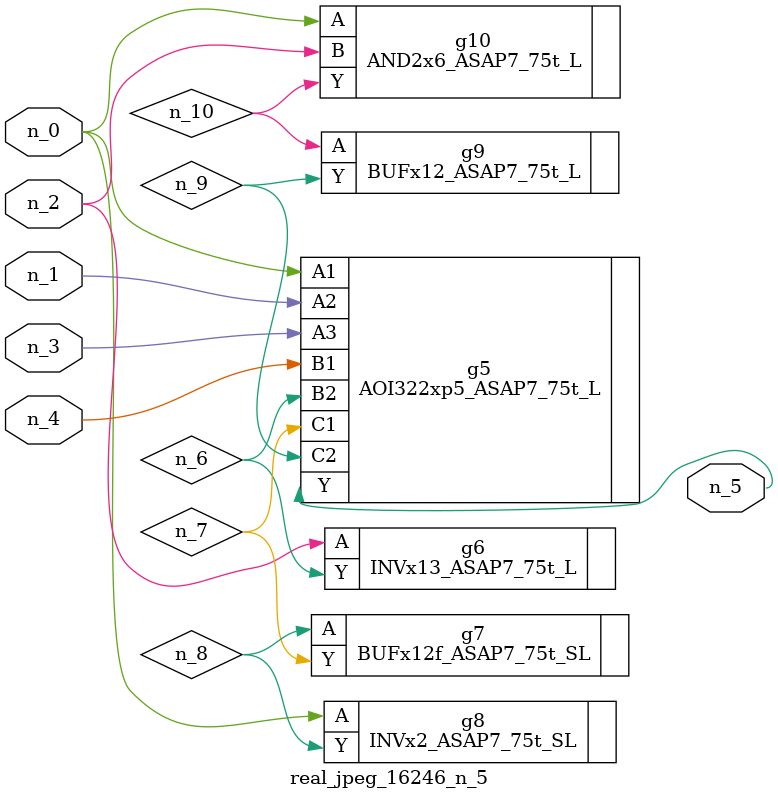
<source format=v>
module real_jpeg_16246_n_5 (n_4, n_0, n_1, n_2, n_3, n_5);

input n_4;
input n_0;
input n_1;
input n_2;
input n_3;

output n_5;

wire n_8;
wire n_6;
wire n_7;
wire n_10;
wire n_9;

AOI322xp5_ASAP7_75t_L g5 ( 
.A1(n_0),
.A2(n_1),
.A3(n_3),
.B1(n_4),
.B2(n_6),
.C1(n_7),
.C2(n_9),
.Y(n_5)
);

INVx2_ASAP7_75t_SL g8 ( 
.A(n_0),
.Y(n_8)
);

AND2x6_ASAP7_75t_L g10 ( 
.A(n_0),
.B(n_2),
.Y(n_10)
);

INVx13_ASAP7_75t_L g6 ( 
.A(n_2),
.Y(n_6)
);

BUFx12f_ASAP7_75t_SL g7 ( 
.A(n_8),
.Y(n_7)
);

BUFx12_ASAP7_75t_L g9 ( 
.A(n_10),
.Y(n_9)
);


endmodule
</source>
